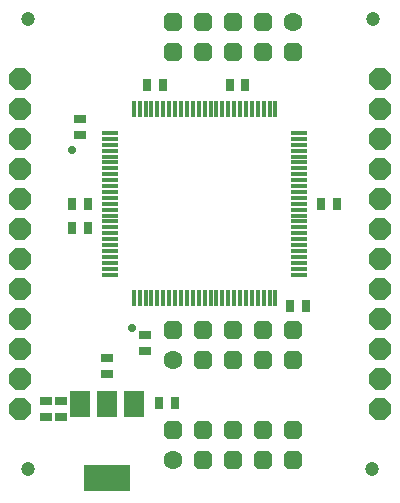
<source format=gbs>
G04 Layer_Color=16711935*
%FSLAX44Y44*%
%MOMM*%
G71*
G01*
G75*
%ADD34R,1.0000X0.8000*%
G04:AMPARAMS|DCode=35|XSize=1.8002mm|YSize=1.8002mm|CornerRadius=0mm|HoleSize=0mm|Usage=FLASHONLY|Rotation=270.000|XOffset=0mm|YOffset=0mm|HoleType=Round|Shape=Octagon|*
%AMOCTAGOND35*
4,1,8,-0.4501,-0.9001,0.4501,-0.9001,0.9001,-0.4501,0.9001,0.4501,0.4501,0.9001,-0.4501,0.9001,-0.9001,0.4501,-0.9001,-0.4501,-0.4501,-0.9001,0.0*
%
%ADD35OCTAGOND35*%

%ADD36C,1.2000*%
G04:AMPARAMS|DCode=37|XSize=1.6mm|YSize=1.6mm|CornerRadius=0mm|HoleSize=0mm|Usage=FLASHONLY|Rotation=180.000|XOffset=0mm|YOffset=0mm|HoleType=Round|Shape=Octagon|*
%AMOCTAGOND37*
4,1,8,-0.8000,0.4000,-0.8000,-0.4000,-0.4000,-0.8000,0.4000,-0.8000,0.8000,-0.4000,0.8000,0.4000,0.4000,0.8000,-0.4000,0.8000,-0.8000,0.4000,0.0*
%
%ADD37OCTAGOND37*%

%ADD38C,1.6000*%
%ADD39C,0.7000*%
%ADD40R,0.4498X1.3998*%
%ADD41R,1.3998X0.4498*%
%ADD42R,1.6986X2.2066*%
%ADD43R,4.0100X2.2066*%
%ADD44R,0.8000X1.0000*%
D34*
X34290Y83058D02*
D03*
Y69596D02*
D03*
X86360Y106426D02*
D03*
Y119888D02*
D03*
X63500Y321564D02*
D03*
Y308102D02*
D03*
X118750Y125396D02*
D03*
Y138858D02*
D03*
X46990Y83058D02*
D03*
Y69596D02*
D03*
D35*
X12700Y355600D02*
D03*
Y330200D02*
D03*
Y304800D02*
D03*
Y279400D02*
D03*
Y254000D02*
D03*
Y228600D02*
D03*
Y203200D02*
D03*
Y177800D02*
D03*
Y152400D02*
D03*
Y127000D02*
D03*
Y101600D02*
D03*
Y76200D02*
D03*
X317500Y355600D02*
D03*
Y330200D02*
D03*
Y304800D02*
D03*
Y279400D02*
D03*
Y254000D02*
D03*
Y228600D02*
D03*
Y203200D02*
D03*
Y177800D02*
D03*
Y152400D02*
D03*
Y127000D02*
D03*
Y101600D02*
D03*
Y76200D02*
D03*
D36*
X19050Y25400D02*
D03*
X310896D02*
D03*
X19050Y406400D02*
D03*
X311150D02*
D03*
D37*
X142200Y378800D02*
D03*
Y404200D02*
D03*
X167600Y378800D02*
D03*
Y404200D02*
D03*
X193000Y378800D02*
D03*
Y404200D02*
D03*
X218400Y378800D02*
D03*
Y404200D02*
D03*
X243800Y378800D02*
D03*
X141700Y143200D02*
D03*
X167100Y117800D02*
D03*
Y143200D02*
D03*
X192500Y117800D02*
D03*
Y143200D02*
D03*
X217900Y117800D02*
D03*
Y143200D02*
D03*
X243300Y117800D02*
D03*
Y143200D02*
D03*
X141950Y58450D02*
D03*
X167350Y33050D02*
D03*
Y58450D02*
D03*
X192750Y33050D02*
D03*
Y58450D02*
D03*
X218150Y33050D02*
D03*
Y58450D02*
D03*
X243550Y33050D02*
D03*
Y58450D02*
D03*
D38*
X243800Y404200D02*
D03*
X141700Y117800D02*
D03*
X141950Y33050D02*
D03*
D39*
X57000Y296000D02*
D03*
X107000Y145000D02*
D03*
D40*
X228850Y330201D02*
D03*
X223851D02*
D03*
X218850D02*
D03*
X213851D02*
D03*
X208850D02*
D03*
X203851D02*
D03*
X198850D02*
D03*
X193851D02*
D03*
X188850D02*
D03*
X183851D02*
D03*
X178850D02*
D03*
X173852D02*
D03*
X168850D02*
D03*
X163850D02*
D03*
X158850D02*
D03*
X153849D02*
D03*
X148850D02*
D03*
X143849D02*
D03*
X138850D02*
D03*
X133849D02*
D03*
X128850D02*
D03*
X123849D02*
D03*
X118850D02*
D03*
X113849D02*
D03*
X108850D02*
D03*
Y170199D02*
D03*
X113849D02*
D03*
X118850D02*
D03*
X123849D02*
D03*
X128850D02*
D03*
X133849D02*
D03*
X138850D02*
D03*
X143849D02*
D03*
X148850D02*
D03*
X153849D02*
D03*
X158850D02*
D03*
X163850D02*
D03*
X168850D02*
D03*
X173852D02*
D03*
X178850D02*
D03*
X183851D02*
D03*
X188850D02*
D03*
X193851D02*
D03*
X198850D02*
D03*
X203851D02*
D03*
X208850D02*
D03*
X213851D02*
D03*
X218850D02*
D03*
X223851D02*
D03*
X228850D02*
D03*
D41*
X88849Y310200D02*
D03*
Y305201D02*
D03*
Y300200D02*
D03*
Y295201D02*
D03*
Y290200D02*
D03*
Y285201D02*
D03*
Y280200D02*
D03*
Y275201D02*
D03*
Y270200D02*
D03*
Y265201D02*
D03*
Y260200D02*
D03*
Y255201D02*
D03*
Y250200D02*
D03*
Y245199D02*
D03*
Y240200D02*
D03*
Y235199D02*
D03*
Y230200D02*
D03*
Y225199D02*
D03*
Y220200D02*
D03*
Y215199D02*
D03*
Y210200D02*
D03*
Y205199D02*
D03*
Y200200D02*
D03*
Y195199D02*
D03*
Y190200D02*
D03*
X248851D02*
D03*
Y195199D02*
D03*
Y200200D02*
D03*
Y205199D02*
D03*
Y210200D02*
D03*
Y215199D02*
D03*
Y220200D02*
D03*
Y225199D02*
D03*
Y230200D02*
D03*
Y235199D02*
D03*
Y240200D02*
D03*
Y245199D02*
D03*
Y250200D02*
D03*
Y255201D02*
D03*
Y260200D02*
D03*
Y265201D02*
D03*
Y270200D02*
D03*
Y275201D02*
D03*
Y280200D02*
D03*
Y285201D02*
D03*
Y290200D02*
D03*
Y295201D02*
D03*
Y300200D02*
D03*
Y305201D02*
D03*
Y310200D02*
D03*
D42*
X63754Y81026D02*
D03*
X86614D02*
D03*
X109474D02*
D03*
D43*
X86360Y18034D02*
D03*
D44*
X241046Y163830D02*
D03*
X254508D02*
D03*
X130556Y81280D02*
D03*
X144018D02*
D03*
X203454Y350520D02*
D03*
X189992D02*
D03*
X267716Y250190D02*
D03*
X281178D02*
D03*
X70104Y229870D02*
D03*
X56642D02*
D03*
X133604Y350520D02*
D03*
X120142D02*
D03*
X70104Y250190D02*
D03*
X56642D02*
D03*
M02*

</source>
